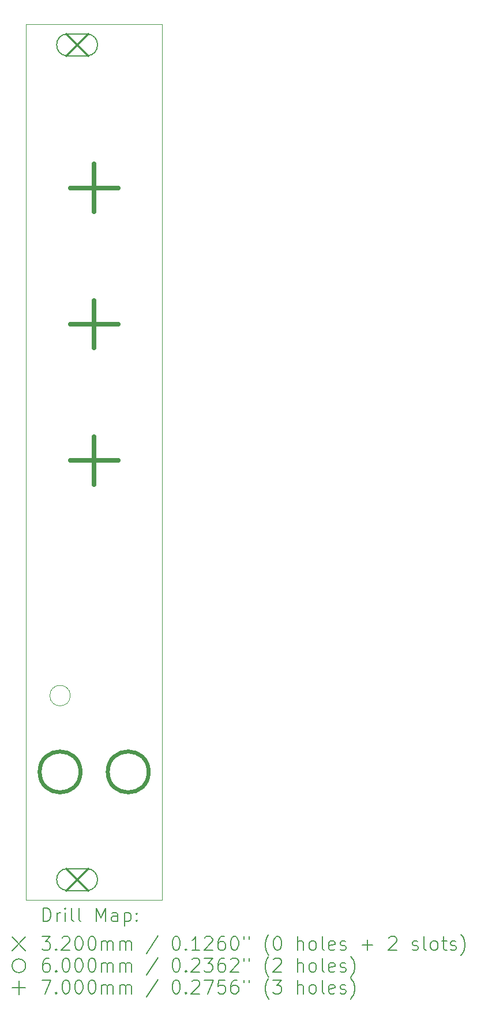
<source format=gbr>
%TF.GenerationSoftware,KiCad,Pcbnew,6.0.7+dfsg-1~bpo11+1*%
%TF.CreationDate,2022-10-26T04:05:08+08:00*%
%TF.ProjectId,MiniDelay v1.0 - Front,4d696e69-4465-46c6-9179-2076312e3020,rev?*%
%TF.SameCoordinates,Original*%
%TF.FileFunction,Drillmap*%
%TF.FilePolarity,Positive*%
%FSLAX45Y45*%
G04 Gerber Fmt 4.5, Leading zero omitted, Abs format (unit mm)*
G04 Created by KiCad (PCBNEW 6.0.7+dfsg-1~bpo11+1) date 2022-10-26 04:05:08*
%MOMM*%
%LPD*%
G01*
G04 APERTURE LIST*
%ADD10C,0.100000*%
%ADD11C,0.200000*%
%ADD12C,0.320000*%
%ADD13C,0.600000*%
%ADD14C,0.700000*%
G04 APERTURE END LIST*
D10*
X10000000Y-4000000D02*
X12000000Y-4000000D01*
X10000000Y-16850000D02*
X10000000Y-4000000D01*
X10650000Y-13850000D02*
G75*
G03*
X10650000Y-13850000I-150000J0D01*
G01*
X12000000Y-16850000D02*
X10000000Y-16850000D01*
X12000000Y-4000000D02*
X12000000Y-16850000D01*
D11*
D12*
X10590000Y-4140000D02*
X10910000Y-4460000D01*
X10910000Y-4140000D02*
X10590000Y-4460000D01*
D11*
X10610000Y-4460000D02*
X10890000Y-4460000D01*
X10610000Y-4140000D02*
X10890000Y-4140000D01*
X10890000Y-4460000D02*
G75*
G03*
X10890000Y-4140000I0J160000D01*
G01*
X10610000Y-4140000D02*
G75*
G03*
X10610000Y-4460000I0J-160000D01*
G01*
D12*
X10590000Y-16390000D02*
X10910000Y-16710000D01*
X10910000Y-16390000D02*
X10590000Y-16710000D01*
D11*
X10610000Y-16710000D02*
X10890000Y-16710000D01*
X10610000Y-16390000D02*
X10890000Y-16390000D01*
X10890000Y-16710000D02*
G75*
G03*
X10890000Y-16390000I0J160000D01*
G01*
X10610000Y-16390000D02*
G75*
G03*
X10610000Y-16710000I0J-160000D01*
G01*
D13*
X10800000Y-14970000D02*
G75*
G03*
X10800000Y-14970000I-300000J0D01*
G01*
X11800000Y-14970000D02*
G75*
G03*
X11800000Y-14970000I-300000J0D01*
G01*
D14*
X11000000Y-6050000D02*
X11000000Y-6750000D01*
X10650000Y-6400000D02*
X11350000Y-6400000D01*
X11000000Y-8050000D02*
X11000000Y-8750000D01*
X10650000Y-8400000D02*
X11350000Y-8400000D01*
X11000000Y-10050000D02*
X11000000Y-10750000D01*
X10650000Y-10400000D02*
X11350000Y-10400000D01*
D11*
X10252619Y-17165476D02*
X10252619Y-16965476D01*
X10300238Y-16965476D01*
X10328810Y-16975000D01*
X10347857Y-16994048D01*
X10357381Y-17013095D01*
X10366905Y-17051190D01*
X10366905Y-17079762D01*
X10357381Y-17117857D01*
X10347857Y-17136905D01*
X10328810Y-17155952D01*
X10300238Y-17165476D01*
X10252619Y-17165476D01*
X10452619Y-17165476D02*
X10452619Y-17032143D01*
X10452619Y-17070238D02*
X10462143Y-17051190D01*
X10471667Y-17041667D01*
X10490714Y-17032143D01*
X10509762Y-17032143D01*
X10576429Y-17165476D02*
X10576429Y-17032143D01*
X10576429Y-16965476D02*
X10566905Y-16975000D01*
X10576429Y-16984524D01*
X10585952Y-16975000D01*
X10576429Y-16965476D01*
X10576429Y-16984524D01*
X10700238Y-17165476D02*
X10681190Y-17155952D01*
X10671667Y-17136905D01*
X10671667Y-16965476D01*
X10805000Y-17165476D02*
X10785952Y-17155952D01*
X10776429Y-17136905D01*
X10776429Y-16965476D01*
X11033571Y-17165476D02*
X11033571Y-16965476D01*
X11100238Y-17108333D01*
X11166905Y-16965476D01*
X11166905Y-17165476D01*
X11347857Y-17165476D02*
X11347857Y-17060714D01*
X11338333Y-17041667D01*
X11319286Y-17032143D01*
X11281190Y-17032143D01*
X11262143Y-17041667D01*
X11347857Y-17155952D02*
X11328809Y-17165476D01*
X11281190Y-17165476D01*
X11262143Y-17155952D01*
X11252619Y-17136905D01*
X11252619Y-17117857D01*
X11262143Y-17098810D01*
X11281190Y-17089286D01*
X11328809Y-17089286D01*
X11347857Y-17079762D01*
X11443095Y-17032143D02*
X11443095Y-17232143D01*
X11443095Y-17041667D02*
X11462143Y-17032143D01*
X11500238Y-17032143D01*
X11519286Y-17041667D01*
X11528809Y-17051190D01*
X11538333Y-17070238D01*
X11538333Y-17127381D01*
X11528809Y-17146429D01*
X11519286Y-17155952D01*
X11500238Y-17165476D01*
X11462143Y-17165476D01*
X11443095Y-17155952D01*
X11624048Y-17146429D02*
X11633571Y-17155952D01*
X11624048Y-17165476D01*
X11614524Y-17155952D01*
X11624048Y-17146429D01*
X11624048Y-17165476D01*
X11624048Y-17041667D02*
X11633571Y-17051190D01*
X11624048Y-17060714D01*
X11614524Y-17051190D01*
X11624048Y-17041667D01*
X11624048Y-17060714D01*
X9795000Y-17395000D02*
X9995000Y-17595000D01*
X9995000Y-17395000D02*
X9795000Y-17595000D01*
X10233571Y-17385476D02*
X10357381Y-17385476D01*
X10290714Y-17461667D01*
X10319286Y-17461667D01*
X10338333Y-17471190D01*
X10347857Y-17480714D01*
X10357381Y-17499762D01*
X10357381Y-17547381D01*
X10347857Y-17566429D01*
X10338333Y-17575952D01*
X10319286Y-17585476D01*
X10262143Y-17585476D01*
X10243095Y-17575952D01*
X10233571Y-17566429D01*
X10443095Y-17566429D02*
X10452619Y-17575952D01*
X10443095Y-17585476D01*
X10433571Y-17575952D01*
X10443095Y-17566429D01*
X10443095Y-17585476D01*
X10528810Y-17404524D02*
X10538333Y-17395000D01*
X10557381Y-17385476D01*
X10605000Y-17385476D01*
X10624048Y-17395000D01*
X10633571Y-17404524D01*
X10643095Y-17423571D01*
X10643095Y-17442619D01*
X10633571Y-17471190D01*
X10519286Y-17585476D01*
X10643095Y-17585476D01*
X10766905Y-17385476D02*
X10785952Y-17385476D01*
X10805000Y-17395000D01*
X10814524Y-17404524D01*
X10824048Y-17423571D01*
X10833571Y-17461667D01*
X10833571Y-17509286D01*
X10824048Y-17547381D01*
X10814524Y-17566429D01*
X10805000Y-17575952D01*
X10785952Y-17585476D01*
X10766905Y-17585476D01*
X10747857Y-17575952D01*
X10738333Y-17566429D01*
X10728810Y-17547381D01*
X10719286Y-17509286D01*
X10719286Y-17461667D01*
X10728810Y-17423571D01*
X10738333Y-17404524D01*
X10747857Y-17395000D01*
X10766905Y-17385476D01*
X10957381Y-17385476D02*
X10976429Y-17385476D01*
X10995476Y-17395000D01*
X11005000Y-17404524D01*
X11014524Y-17423571D01*
X11024048Y-17461667D01*
X11024048Y-17509286D01*
X11014524Y-17547381D01*
X11005000Y-17566429D01*
X10995476Y-17575952D01*
X10976429Y-17585476D01*
X10957381Y-17585476D01*
X10938333Y-17575952D01*
X10928810Y-17566429D01*
X10919286Y-17547381D01*
X10909762Y-17509286D01*
X10909762Y-17461667D01*
X10919286Y-17423571D01*
X10928810Y-17404524D01*
X10938333Y-17395000D01*
X10957381Y-17385476D01*
X11109762Y-17585476D02*
X11109762Y-17452143D01*
X11109762Y-17471190D02*
X11119286Y-17461667D01*
X11138333Y-17452143D01*
X11166905Y-17452143D01*
X11185952Y-17461667D01*
X11195476Y-17480714D01*
X11195476Y-17585476D01*
X11195476Y-17480714D02*
X11205000Y-17461667D01*
X11224048Y-17452143D01*
X11252619Y-17452143D01*
X11271667Y-17461667D01*
X11281190Y-17480714D01*
X11281190Y-17585476D01*
X11376428Y-17585476D02*
X11376428Y-17452143D01*
X11376428Y-17471190D02*
X11385952Y-17461667D01*
X11405000Y-17452143D01*
X11433571Y-17452143D01*
X11452619Y-17461667D01*
X11462143Y-17480714D01*
X11462143Y-17585476D01*
X11462143Y-17480714D02*
X11471667Y-17461667D01*
X11490714Y-17452143D01*
X11519286Y-17452143D01*
X11538333Y-17461667D01*
X11547857Y-17480714D01*
X11547857Y-17585476D01*
X11938333Y-17375952D02*
X11766905Y-17633095D01*
X12195476Y-17385476D02*
X12214524Y-17385476D01*
X12233571Y-17395000D01*
X12243095Y-17404524D01*
X12252619Y-17423571D01*
X12262143Y-17461667D01*
X12262143Y-17509286D01*
X12252619Y-17547381D01*
X12243095Y-17566429D01*
X12233571Y-17575952D01*
X12214524Y-17585476D01*
X12195476Y-17585476D01*
X12176428Y-17575952D01*
X12166905Y-17566429D01*
X12157381Y-17547381D01*
X12147857Y-17509286D01*
X12147857Y-17461667D01*
X12157381Y-17423571D01*
X12166905Y-17404524D01*
X12176428Y-17395000D01*
X12195476Y-17385476D01*
X12347857Y-17566429D02*
X12357381Y-17575952D01*
X12347857Y-17585476D01*
X12338333Y-17575952D01*
X12347857Y-17566429D01*
X12347857Y-17585476D01*
X12547857Y-17585476D02*
X12433571Y-17585476D01*
X12490714Y-17585476D02*
X12490714Y-17385476D01*
X12471667Y-17414048D01*
X12452619Y-17433095D01*
X12433571Y-17442619D01*
X12624048Y-17404524D02*
X12633571Y-17395000D01*
X12652619Y-17385476D01*
X12700238Y-17385476D01*
X12719286Y-17395000D01*
X12728809Y-17404524D01*
X12738333Y-17423571D01*
X12738333Y-17442619D01*
X12728809Y-17471190D01*
X12614524Y-17585476D01*
X12738333Y-17585476D01*
X12909762Y-17385476D02*
X12871667Y-17385476D01*
X12852619Y-17395000D01*
X12843095Y-17404524D01*
X12824048Y-17433095D01*
X12814524Y-17471190D01*
X12814524Y-17547381D01*
X12824048Y-17566429D01*
X12833571Y-17575952D01*
X12852619Y-17585476D01*
X12890714Y-17585476D01*
X12909762Y-17575952D01*
X12919286Y-17566429D01*
X12928809Y-17547381D01*
X12928809Y-17499762D01*
X12919286Y-17480714D01*
X12909762Y-17471190D01*
X12890714Y-17461667D01*
X12852619Y-17461667D01*
X12833571Y-17471190D01*
X12824048Y-17480714D01*
X12814524Y-17499762D01*
X13052619Y-17385476D02*
X13071667Y-17385476D01*
X13090714Y-17395000D01*
X13100238Y-17404524D01*
X13109762Y-17423571D01*
X13119286Y-17461667D01*
X13119286Y-17509286D01*
X13109762Y-17547381D01*
X13100238Y-17566429D01*
X13090714Y-17575952D01*
X13071667Y-17585476D01*
X13052619Y-17585476D01*
X13033571Y-17575952D01*
X13024048Y-17566429D01*
X13014524Y-17547381D01*
X13005000Y-17509286D01*
X13005000Y-17461667D01*
X13014524Y-17423571D01*
X13024048Y-17404524D01*
X13033571Y-17395000D01*
X13052619Y-17385476D01*
X13195476Y-17385476D02*
X13195476Y-17423571D01*
X13271667Y-17385476D02*
X13271667Y-17423571D01*
X13566905Y-17661667D02*
X13557381Y-17652143D01*
X13538333Y-17623571D01*
X13528809Y-17604524D01*
X13519286Y-17575952D01*
X13509762Y-17528333D01*
X13509762Y-17490238D01*
X13519286Y-17442619D01*
X13528809Y-17414048D01*
X13538333Y-17395000D01*
X13557381Y-17366429D01*
X13566905Y-17356905D01*
X13681190Y-17385476D02*
X13700238Y-17385476D01*
X13719286Y-17395000D01*
X13728809Y-17404524D01*
X13738333Y-17423571D01*
X13747857Y-17461667D01*
X13747857Y-17509286D01*
X13738333Y-17547381D01*
X13728809Y-17566429D01*
X13719286Y-17575952D01*
X13700238Y-17585476D01*
X13681190Y-17585476D01*
X13662143Y-17575952D01*
X13652619Y-17566429D01*
X13643095Y-17547381D01*
X13633571Y-17509286D01*
X13633571Y-17461667D01*
X13643095Y-17423571D01*
X13652619Y-17404524D01*
X13662143Y-17395000D01*
X13681190Y-17385476D01*
X13985952Y-17585476D02*
X13985952Y-17385476D01*
X14071667Y-17585476D02*
X14071667Y-17480714D01*
X14062143Y-17461667D01*
X14043095Y-17452143D01*
X14014524Y-17452143D01*
X13995476Y-17461667D01*
X13985952Y-17471190D01*
X14195476Y-17585476D02*
X14176428Y-17575952D01*
X14166905Y-17566429D01*
X14157381Y-17547381D01*
X14157381Y-17490238D01*
X14166905Y-17471190D01*
X14176428Y-17461667D01*
X14195476Y-17452143D01*
X14224048Y-17452143D01*
X14243095Y-17461667D01*
X14252619Y-17471190D01*
X14262143Y-17490238D01*
X14262143Y-17547381D01*
X14252619Y-17566429D01*
X14243095Y-17575952D01*
X14224048Y-17585476D01*
X14195476Y-17585476D01*
X14376428Y-17585476D02*
X14357381Y-17575952D01*
X14347857Y-17556905D01*
X14347857Y-17385476D01*
X14528809Y-17575952D02*
X14509762Y-17585476D01*
X14471667Y-17585476D01*
X14452619Y-17575952D01*
X14443095Y-17556905D01*
X14443095Y-17480714D01*
X14452619Y-17461667D01*
X14471667Y-17452143D01*
X14509762Y-17452143D01*
X14528809Y-17461667D01*
X14538333Y-17480714D01*
X14538333Y-17499762D01*
X14443095Y-17518810D01*
X14614524Y-17575952D02*
X14633571Y-17585476D01*
X14671667Y-17585476D01*
X14690714Y-17575952D01*
X14700238Y-17556905D01*
X14700238Y-17547381D01*
X14690714Y-17528333D01*
X14671667Y-17518810D01*
X14643095Y-17518810D01*
X14624048Y-17509286D01*
X14614524Y-17490238D01*
X14614524Y-17480714D01*
X14624048Y-17461667D01*
X14643095Y-17452143D01*
X14671667Y-17452143D01*
X14690714Y-17461667D01*
X14938333Y-17509286D02*
X15090714Y-17509286D01*
X15014524Y-17585476D02*
X15014524Y-17433095D01*
X15328809Y-17404524D02*
X15338333Y-17395000D01*
X15357381Y-17385476D01*
X15405000Y-17385476D01*
X15424048Y-17395000D01*
X15433571Y-17404524D01*
X15443095Y-17423571D01*
X15443095Y-17442619D01*
X15433571Y-17471190D01*
X15319286Y-17585476D01*
X15443095Y-17585476D01*
X15671667Y-17575952D02*
X15690714Y-17585476D01*
X15728809Y-17585476D01*
X15747857Y-17575952D01*
X15757381Y-17556905D01*
X15757381Y-17547381D01*
X15747857Y-17528333D01*
X15728809Y-17518810D01*
X15700238Y-17518810D01*
X15681190Y-17509286D01*
X15671667Y-17490238D01*
X15671667Y-17480714D01*
X15681190Y-17461667D01*
X15700238Y-17452143D01*
X15728809Y-17452143D01*
X15747857Y-17461667D01*
X15871667Y-17585476D02*
X15852619Y-17575952D01*
X15843095Y-17556905D01*
X15843095Y-17385476D01*
X15976428Y-17585476D02*
X15957381Y-17575952D01*
X15947857Y-17566429D01*
X15938333Y-17547381D01*
X15938333Y-17490238D01*
X15947857Y-17471190D01*
X15957381Y-17461667D01*
X15976428Y-17452143D01*
X16005000Y-17452143D01*
X16024048Y-17461667D01*
X16033571Y-17471190D01*
X16043095Y-17490238D01*
X16043095Y-17547381D01*
X16033571Y-17566429D01*
X16024048Y-17575952D01*
X16005000Y-17585476D01*
X15976428Y-17585476D01*
X16100238Y-17452143D02*
X16176428Y-17452143D01*
X16128809Y-17385476D02*
X16128809Y-17556905D01*
X16138333Y-17575952D01*
X16157381Y-17585476D01*
X16176428Y-17585476D01*
X16233571Y-17575952D02*
X16252619Y-17585476D01*
X16290714Y-17585476D01*
X16309762Y-17575952D01*
X16319286Y-17556905D01*
X16319286Y-17547381D01*
X16309762Y-17528333D01*
X16290714Y-17518810D01*
X16262143Y-17518810D01*
X16243095Y-17509286D01*
X16233571Y-17490238D01*
X16233571Y-17480714D01*
X16243095Y-17461667D01*
X16262143Y-17452143D01*
X16290714Y-17452143D01*
X16309762Y-17461667D01*
X16385952Y-17661667D02*
X16395476Y-17652143D01*
X16414524Y-17623571D01*
X16424048Y-17604524D01*
X16433571Y-17575952D01*
X16443095Y-17528333D01*
X16443095Y-17490238D01*
X16433571Y-17442619D01*
X16424048Y-17414048D01*
X16414524Y-17395000D01*
X16395476Y-17366429D01*
X16385952Y-17356905D01*
X9995000Y-17815000D02*
G75*
G03*
X9995000Y-17815000I-100000J0D01*
G01*
X10338333Y-17705476D02*
X10300238Y-17705476D01*
X10281190Y-17715000D01*
X10271667Y-17724524D01*
X10252619Y-17753095D01*
X10243095Y-17791190D01*
X10243095Y-17867381D01*
X10252619Y-17886429D01*
X10262143Y-17895952D01*
X10281190Y-17905476D01*
X10319286Y-17905476D01*
X10338333Y-17895952D01*
X10347857Y-17886429D01*
X10357381Y-17867381D01*
X10357381Y-17819762D01*
X10347857Y-17800714D01*
X10338333Y-17791190D01*
X10319286Y-17781667D01*
X10281190Y-17781667D01*
X10262143Y-17791190D01*
X10252619Y-17800714D01*
X10243095Y-17819762D01*
X10443095Y-17886429D02*
X10452619Y-17895952D01*
X10443095Y-17905476D01*
X10433571Y-17895952D01*
X10443095Y-17886429D01*
X10443095Y-17905476D01*
X10576429Y-17705476D02*
X10595476Y-17705476D01*
X10614524Y-17715000D01*
X10624048Y-17724524D01*
X10633571Y-17743571D01*
X10643095Y-17781667D01*
X10643095Y-17829286D01*
X10633571Y-17867381D01*
X10624048Y-17886429D01*
X10614524Y-17895952D01*
X10595476Y-17905476D01*
X10576429Y-17905476D01*
X10557381Y-17895952D01*
X10547857Y-17886429D01*
X10538333Y-17867381D01*
X10528810Y-17829286D01*
X10528810Y-17781667D01*
X10538333Y-17743571D01*
X10547857Y-17724524D01*
X10557381Y-17715000D01*
X10576429Y-17705476D01*
X10766905Y-17705476D02*
X10785952Y-17705476D01*
X10805000Y-17715000D01*
X10814524Y-17724524D01*
X10824048Y-17743571D01*
X10833571Y-17781667D01*
X10833571Y-17829286D01*
X10824048Y-17867381D01*
X10814524Y-17886429D01*
X10805000Y-17895952D01*
X10785952Y-17905476D01*
X10766905Y-17905476D01*
X10747857Y-17895952D01*
X10738333Y-17886429D01*
X10728810Y-17867381D01*
X10719286Y-17829286D01*
X10719286Y-17781667D01*
X10728810Y-17743571D01*
X10738333Y-17724524D01*
X10747857Y-17715000D01*
X10766905Y-17705476D01*
X10957381Y-17705476D02*
X10976429Y-17705476D01*
X10995476Y-17715000D01*
X11005000Y-17724524D01*
X11014524Y-17743571D01*
X11024048Y-17781667D01*
X11024048Y-17829286D01*
X11014524Y-17867381D01*
X11005000Y-17886429D01*
X10995476Y-17895952D01*
X10976429Y-17905476D01*
X10957381Y-17905476D01*
X10938333Y-17895952D01*
X10928810Y-17886429D01*
X10919286Y-17867381D01*
X10909762Y-17829286D01*
X10909762Y-17781667D01*
X10919286Y-17743571D01*
X10928810Y-17724524D01*
X10938333Y-17715000D01*
X10957381Y-17705476D01*
X11109762Y-17905476D02*
X11109762Y-17772143D01*
X11109762Y-17791190D02*
X11119286Y-17781667D01*
X11138333Y-17772143D01*
X11166905Y-17772143D01*
X11185952Y-17781667D01*
X11195476Y-17800714D01*
X11195476Y-17905476D01*
X11195476Y-17800714D02*
X11205000Y-17781667D01*
X11224048Y-17772143D01*
X11252619Y-17772143D01*
X11271667Y-17781667D01*
X11281190Y-17800714D01*
X11281190Y-17905476D01*
X11376428Y-17905476D02*
X11376428Y-17772143D01*
X11376428Y-17791190D02*
X11385952Y-17781667D01*
X11405000Y-17772143D01*
X11433571Y-17772143D01*
X11452619Y-17781667D01*
X11462143Y-17800714D01*
X11462143Y-17905476D01*
X11462143Y-17800714D02*
X11471667Y-17781667D01*
X11490714Y-17772143D01*
X11519286Y-17772143D01*
X11538333Y-17781667D01*
X11547857Y-17800714D01*
X11547857Y-17905476D01*
X11938333Y-17695952D02*
X11766905Y-17953095D01*
X12195476Y-17705476D02*
X12214524Y-17705476D01*
X12233571Y-17715000D01*
X12243095Y-17724524D01*
X12252619Y-17743571D01*
X12262143Y-17781667D01*
X12262143Y-17829286D01*
X12252619Y-17867381D01*
X12243095Y-17886429D01*
X12233571Y-17895952D01*
X12214524Y-17905476D01*
X12195476Y-17905476D01*
X12176428Y-17895952D01*
X12166905Y-17886429D01*
X12157381Y-17867381D01*
X12147857Y-17829286D01*
X12147857Y-17781667D01*
X12157381Y-17743571D01*
X12166905Y-17724524D01*
X12176428Y-17715000D01*
X12195476Y-17705476D01*
X12347857Y-17886429D02*
X12357381Y-17895952D01*
X12347857Y-17905476D01*
X12338333Y-17895952D01*
X12347857Y-17886429D01*
X12347857Y-17905476D01*
X12433571Y-17724524D02*
X12443095Y-17715000D01*
X12462143Y-17705476D01*
X12509762Y-17705476D01*
X12528809Y-17715000D01*
X12538333Y-17724524D01*
X12547857Y-17743571D01*
X12547857Y-17762619D01*
X12538333Y-17791190D01*
X12424048Y-17905476D01*
X12547857Y-17905476D01*
X12614524Y-17705476D02*
X12738333Y-17705476D01*
X12671667Y-17781667D01*
X12700238Y-17781667D01*
X12719286Y-17791190D01*
X12728809Y-17800714D01*
X12738333Y-17819762D01*
X12738333Y-17867381D01*
X12728809Y-17886429D01*
X12719286Y-17895952D01*
X12700238Y-17905476D01*
X12643095Y-17905476D01*
X12624048Y-17895952D01*
X12614524Y-17886429D01*
X12909762Y-17705476D02*
X12871667Y-17705476D01*
X12852619Y-17715000D01*
X12843095Y-17724524D01*
X12824048Y-17753095D01*
X12814524Y-17791190D01*
X12814524Y-17867381D01*
X12824048Y-17886429D01*
X12833571Y-17895952D01*
X12852619Y-17905476D01*
X12890714Y-17905476D01*
X12909762Y-17895952D01*
X12919286Y-17886429D01*
X12928809Y-17867381D01*
X12928809Y-17819762D01*
X12919286Y-17800714D01*
X12909762Y-17791190D01*
X12890714Y-17781667D01*
X12852619Y-17781667D01*
X12833571Y-17791190D01*
X12824048Y-17800714D01*
X12814524Y-17819762D01*
X13005000Y-17724524D02*
X13014524Y-17715000D01*
X13033571Y-17705476D01*
X13081190Y-17705476D01*
X13100238Y-17715000D01*
X13109762Y-17724524D01*
X13119286Y-17743571D01*
X13119286Y-17762619D01*
X13109762Y-17791190D01*
X12995476Y-17905476D01*
X13119286Y-17905476D01*
X13195476Y-17705476D02*
X13195476Y-17743571D01*
X13271667Y-17705476D02*
X13271667Y-17743571D01*
X13566905Y-17981667D02*
X13557381Y-17972143D01*
X13538333Y-17943571D01*
X13528809Y-17924524D01*
X13519286Y-17895952D01*
X13509762Y-17848333D01*
X13509762Y-17810238D01*
X13519286Y-17762619D01*
X13528809Y-17734048D01*
X13538333Y-17715000D01*
X13557381Y-17686429D01*
X13566905Y-17676905D01*
X13633571Y-17724524D02*
X13643095Y-17715000D01*
X13662143Y-17705476D01*
X13709762Y-17705476D01*
X13728809Y-17715000D01*
X13738333Y-17724524D01*
X13747857Y-17743571D01*
X13747857Y-17762619D01*
X13738333Y-17791190D01*
X13624048Y-17905476D01*
X13747857Y-17905476D01*
X13985952Y-17905476D02*
X13985952Y-17705476D01*
X14071667Y-17905476D02*
X14071667Y-17800714D01*
X14062143Y-17781667D01*
X14043095Y-17772143D01*
X14014524Y-17772143D01*
X13995476Y-17781667D01*
X13985952Y-17791190D01*
X14195476Y-17905476D02*
X14176428Y-17895952D01*
X14166905Y-17886429D01*
X14157381Y-17867381D01*
X14157381Y-17810238D01*
X14166905Y-17791190D01*
X14176428Y-17781667D01*
X14195476Y-17772143D01*
X14224048Y-17772143D01*
X14243095Y-17781667D01*
X14252619Y-17791190D01*
X14262143Y-17810238D01*
X14262143Y-17867381D01*
X14252619Y-17886429D01*
X14243095Y-17895952D01*
X14224048Y-17905476D01*
X14195476Y-17905476D01*
X14376428Y-17905476D02*
X14357381Y-17895952D01*
X14347857Y-17876905D01*
X14347857Y-17705476D01*
X14528809Y-17895952D02*
X14509762Y-17905476D01*
X14471667Y-17905476D01*
X14452619Y-17895952D01*
X14443095Y-17876905D01*
X14443095Y-17800714D01*
X14452619Y-17781667D01*
X14471667Y-17772143D01*
X14509762Y-17772143D01*
X14528809Y-17781667D01*
X14538333Y-17800714D01*
X14538333Y-17819762D01*
X14443095Y-17838810D01*
X14614524Y-17895952D02*
X14633571Y-17905476D01*
X14671667Y-17905476D01*
X14690714Y-17895952D01*
X14700238Y-17876905D01*
X14700238Y-17867381D01*
X14690714Y-17848333D01*
X14671667Y-17838810D01*
X14643095Y-17838810D01*
X14624048Y-17829286D01*
X14614524Y-17810238D01*
X14614524Y-17800714D01*
X14624048Y-17781667D01*
X14643095Y-17772143D01*
X14671667Y-17772143D01*
X14690714Y-17781667D01*
X14766905Y-17981667D02*
X14776428Y-17972143D01*
X14795476Y-17943571D01*
X14805000Y-17924524D01*
X14814524Y-17895952D01*
X14824048Y-17848333D01*
X14824048Y-17810238D01*
X14814524Y-17762619D01*
X14805000Y-17734048D01*
X14795476Y-17715000D01*
X14776428Y-17686429D01*
X14766905Y-17676905D01*
X9895000Y-18035000D02*
X9895000Y-18235000D01*
X9795000Y-18135000D02*
X9995000Y-18135000D01*
X10233571Y-18025476D02*
X10366905Y-18025476D01*
X10281190Y-18225476D01*
X10443095Y-18206429D02*
X10452619Y-18215952D01*
X10443095Y-18225476D01*
X10433571Y-18215952D01*
X10443095Y-18206429D01*
X10443095Y-18225476D01*
X10576429Y-18025476D02*
X10595476Y-18025476D01*
X10614524Y-18035000D01*
X10624048Y-18044524D01*
X10633571Y-18063571D01*
X10643095Y-18101667D01*
X10643095Y-18149286D01*
X10633571Y-18187381D01*
X10624048Y-18206429D01*
X10614524Y-18215952D01*
X10595476Y-18225476D01*
X10576429Y-18225476D01*
X10557381Y-18215952D01*
X10547857Y-18206429D01*
X10538333Y-18187381D01*
X10528810Y-18149286D01*
X10528810Y-18101667D01*
X10538333Y-18063571D01*
X10547857Y-18044524D01*
X10557381Y-18035000D01*
X10576429Y-18025476D01*
X10766905Y-18025476D02*
X10785952Y-18025476D01*
X10805000Y-18035000D01*
X10814524Y-18044524D01*
X10824048Y-18063571D01*
X10833571Y-18101667D01*
X10833571Y-18149286D01*
X10824048Y-18187381D01*
X10814524Y-18206429D01*
X10805000Y-18215952D01*
X10785952Y-18225476D01*
X10766905Y-18225476D01*
X10747857Y-18215952D01*
X10738333Y-18206429D01*
X10728810Y-18187381D01*
X10719286Y-18149286D01*
X10719286Y-18101667D01*
X10728810Y-18063571D01*
X10738333Y-18044524D01*
X10747857Y-18035000D01*
X10766905Y-18025476D01*
X10957381Y-18025476D02*
X10976429Y-18025476D01*
X10995476Y-18035000D01*
X11005000Y-18044524D01*
X11014524Y-18063571D01*
X11024048Y-18101667D01*
X11024048Y-18149286D01*
X11014524Y-18187381D01*
X11005000Y-18206429D01*
X10995476Y-18215952D01*
X10976429Y-18225476D01*
X10957381Y-18225476D01*
X10938333Y-18215952D01*
X10928810Y-18206429D01*
X10919286Y-18187381D01*
X10909762Y-18149286D01*
X10909762Y-18101667D01*
X10919286Y-18063571D01*
X10928810Y-18044524D01*
X10938333Y-18035000D01*
X10957381Y-18025476D01*
X11109762Y-18225476D02*
X11109762Y-18092143D01*
X11109762Y-18111190D02*
X11119286Y-18101667D01*
X11138333Y-18092143D01*
X11166905Y-18092143D01*
X11185952Y-18101667D01*
X11195476Y-18120714D01*
X11195476Y-18225476D01*
X11195476Y-18120714D02*
X11205000Y-18101667D01*
X11224048Y-18092143D01*
X11252619Y-18092143D01*
X11271667Y-18101667D01*
X11281190Y-18120714D01*
X11281190Y-18225476D01*
X11376428Y-18225476D02*
X11376428Y-18092143D01*
X11376428Y-18111190D02*
X11385952Y-18101667D01*
X11405000Y-18092143D01*
X11433571Y-18092143D01*
X11452619Y-18101667D01*
X11462143Y-18120714D01*
X11462143Y-18225476D01*
X11462143Y-18120714D02*
X11471667Y-18101667D01*
X11490714Y-18092143D01*
X11519286Y-18092143D01*
X11538333Y-18101667D01*
X11547857Y-18120714D01*
X11547857Y-18225476D01*
X11938333Y-18015952D02*
X11766905Y-18273095D01*
X12195476Y-18025476D02*
X12214524Y-18025476D01*
X12233571Y-18035000D01*
X12243095Y-18044524D01*
X12252619Y-18063571D01*
X12262143Y-18101667D01*
X12262143Y-18149286D01*
X12252619Y-18187381D01*
X12243095Y-18206429D01*
X12233571Y-18215952D01*
X12214524Y-18225476D01*
X12195476Y-18225476D01*
X12176428Y-18215952D01*
X12166905Y-18206429D01*
X12157381Y-18187381D01*
X12147857Y-18149286D01*
X12147857Y-18101667D01*
X12157381Y-18063571D01*
X12166905Y-18044524D01*
X12176428Y-18035000D01*
X12195476Y-18025476D01*
X12347857Y-18206429D02*
X12357381Y-18215952D01*
X12347857Y-18225476D01*
X12338333Y-18215952D01*
X12347857Y-18206429D01*
X12347857Y-18225476D01*
X12433571Y-18044524D02*
X12443095Y-18035000D01*
X12462143Y-18025476D01*
X12509762Y-18025476D01*
X12528809Y-18035000D01*
X12538333Y-18044524D01*
X12547857Y-18063571D01*
X12547857Y-18082619D01*
X12538333Y-18111190D01*
X12424048Y-18225476D01*
X12547857Y-18225476D01*
X12614524Y-18025476D02*
X12747857Y-18025476D01*
X12662143Y-18225476D01*
X12919286Y-18025476D02*
X12824048Y-18025476D01*
X12814524Y-18120714D01*
X12824048Y-18111190D01*
X12843095Y-18101667D01*
X12890714Y-18101667D01*
X12909762Y-18111190D01*
X12919286Y-18120714D01*
X12928809Y-18139762D01*
X12928809Y-18187381D01*
X12919286Y-18206429D01*
X12909762Y-18215952D01*
X12890714Y-18225476D01*
X12843095Y-18225476D01*
X12824048Y-18215952D01*
X12814524Y-18206429D01*
X13100238Y-18025476D02*
X13062143Y-18025476D01*
X13043095Y-18035000D01*
X13033571Y-18044524D01*
X13014524Y-18073095D01*
X13005000Y-18111190D01*
X13005000Y-18187381D01*
X13014524Y-18206429D01*
X13024048Y-18215952D01*
X13043095Y-18225476D01*
X13081190Y-18225476D01*
X13100238Y-18215952D01*
X13109762Y-18206429D01*
X13119286Y-18187381D01*
X13119286Y-18139762D01*
X13109762Y-18120714D01*
X13100238Y-18111190D01*
X13081190Y-18101667D01*
X13043095Y-18101667D01*
X13024048Y-18111190D01*
X13014524Y-18120714D01*
X13005000Y-18139762D01*
X13195476Y-18025476D02*
X13195476Y-18063571D01*
X13271667Y-18025476D02*
X13271667Y-18063571D01*
X13566905Y-18301667D02*
X13557381Y-18292143D01*
X13538333Y-18263571D01*
X13528809Y-18244524D01*
X13519286Y-18215952D01*
X13509762Y-18168333D01*
X13509762Y-18130238D01*
X13519286Y-18082619D01*
X13528809Y-18054048D01*
X13538333Y-18035000D01*
X13557381Y-18006429D01*
X13566905Y-17996905D01*
X13624048Y-18025476D02*
X13747857Y-18025476D01*
X13681190Y-18101667D01*
X13709762Y-18101667D01*
X13728809Y-18111190D01*
X13738333Y-18120714D01*
X13747857Y-18139762D01*
X13747857Y-18187381D01*
X13738333Y-18206429D01*
X13728809Y-18215952D01*
X13709762Y-18225476D01*
X13652619Y-18225476D01*
X13633571Y-18215952D01*
X13624048Y-18206429D01*
X13985952Y-18225476D02*
X13985952Y-18025476D01*
X14071667Y-18225476D02*
X14071667Y-18120714D01*
X14062143Y-18101667D01*
X14043095Y-18092143D01*
X14014524Y-18092143D01*
X13995476Y-18101667D01*
X13985952Y-18111190D01*
X14195476Y-18225476D02*
X14176428Y-18215952D01*
X14166905Y-18206429D01*
X14157381Y-18187381D01*
X14157381Y-18130238D01*
X14166905Y-18111190D01*
X14176428Y-18101667D01*
X14195476Y-18092143D01*
X14224048Y-18092143D01*
X14243095Y-18101667D01*
X14252619Y-18111190D01*
X14262143Y-18130238D01*
X14262143Y-18187381D01*
X14252619Y-18206429D01*
X14243095Y-18215952D01*
X14224048Y-18225476D01*
X14195476Y-18225476D01*
X14376428Y-18225476D02*
X14357381Y-18215952D01*
X14347857Y-18196905D01*
X14347857Y-18025476D01*
X14528809Y-18215952D02*
X14509762Y-18225476D01*
X14471667Y-18225476D01*
X14452619Y-18215952D01*
X14443095Y-18196905D01*
X14443095Y-18120714D01*
X14452619Y-18101667D01*
X14471667Y-18092143D01*
X14509762Y-18092143D01*
X14528809Y-18101667D01*
X14538333Y-18120714D01*
X14538333Y-18139762D01*
X14443095Y-18158810D01*
X14614524Y-18215952D02*
X14633571Y-18225476D01*
X14671667Y-18225476D01*
X14690714Y-18215952D01*
X14700238Y-18196905D01*
X14700238Y-18187381D01*
X14690714Y-18168333D01*
X14671667Y-18158810D01*
X14643095Y-18158810D01*
X14624048Y-18149286D01*
X14614524Y-18130238D01*
X14614524Y-18120714D01*
X14624048Y-18101667D01*
X14643095Y-18092143D01*
X14671667Y-18092143D01*
X14690714Y-18101667D01*
X14766905Y-18301667D02*
X14776428Y-18292143D01*
X14795476Y-18263571D01*
X14805000Y-18244524D01*
X14814524Y-18215952D01*
X14824048Y-18168333D01*
X14824048Y-18130238D01*
X14814524Y-18082619D01*
X14805000Y-18054048D01*
X14795476Y-18035000D01*
X14776428Y-18006429D01*
X14766905Y-17996905D01*
M02*

</source>
